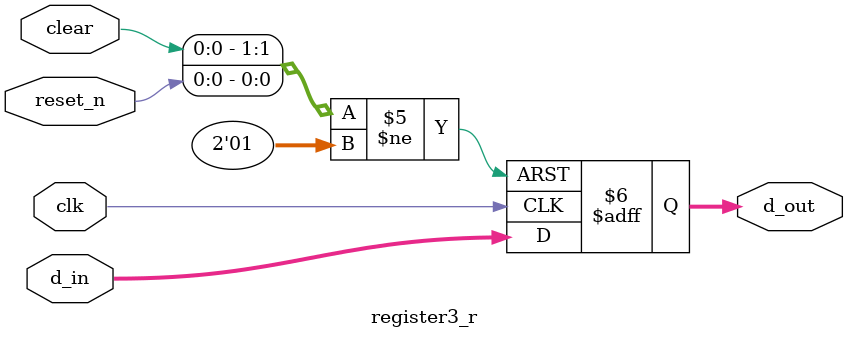
<source format=v>
module register3_r(clk, reset_n,clear, d_in, d_out); //[LAB05]Asynchronous resettable d ff
	input clk, reset_n,clear; // reset active low
	input [2:0] d_in;
	output reg [2:0] d_out;
	
	always@(posedge clk or negedge reset_n or posedge clear)
	begin
		if(reset_n == 0)		d_out <= 3'b0;
		else if(clear == 1)	d_out <= 3'b0;
		else						d_out <= d_in;
	end
endmodule
</source>
